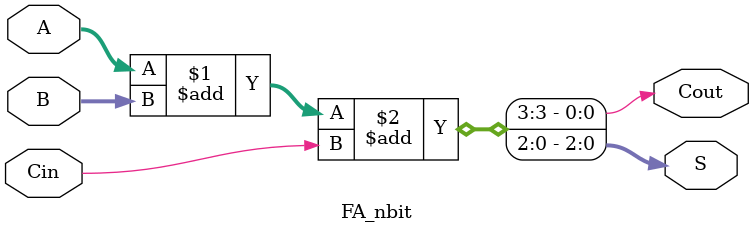
<source format=sv>
`timescale 1ns/1ns

module FA_nbit #(parameter n=3) (input [n-1:0] A, B, input Cin, output [n-1:0] S, output Cout);

	assign #((n-1)*37 + 38) {Cout, S} = A + B + Cin;

endmodule

</source>
